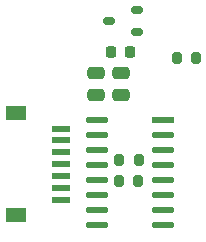
<source format=gbr>
%TF.GenerationSoftware,KiCad,Pcbnew,9.0.0*%
%TF.CreationDate,2025-02-26T19:49:16+08:00*%
%TF.ProjectId,keyboard,6b657962-6f61-4726-942e-6b696361645f,rev?*%
%TF.SameCoordinates,Original*%
%TF.FileFunction,Paste,Bot*%
%TF.FilePolarity,Positive*%
%FSLAX46Y46*%
G04 Gerber Fmt 4.6, Leading zero omitted, Abs format (unit mm)*
G04 Created by KiCad (PCBNEW 9.0.0) date 2025-02-26 19:49:16*
%MOMM*%
%LPD*%
G01*
G04 APERTURE LIST*
G04 Aperture macros list*
%AMRoundRect*
0 Rectangle with rounded corners*
0 $1 Rounding radius*
0 $2 $3 $4 $5 $6 $7 $8 $9 X,Y pos of 4 corners*
0 Add a 4 corners polygon primitive as box body*
4,1,4,$2,$3,$4,$5,$6,$7,$8,$9,$2,$3,0*
0 Add four circle primitives for the rounded corners*
1,1,$1+$1,$2,$3*
1,1,$1+$1,$4,$5*
1,1,$1+$1,$6,$7*
1,1,$1+$1,$8,$9*
0 Add four rect primitives between the rounded corners*
20,1,$1+$1,$2,$3,$4,$5,0*
20,1,$1+$1,$4,$5,$6,$7,0*
20,1,$1+$1,$6,$7,$8,$9,0*
20,1,$1+$1,$8,$9,$2,$3,0*%
%AMOutline5P*
0 Free polygon, 5 corners , with rotation*
0 The origin of the aperture is its center*
0 number of corners: always 5*
0 $1 to $10 corner X, Y*
0 $11 Rotation angle, in degrees counterclockwise*
0 create outline with 5 corners*
4,1,5,$1,$2,$3,$4,$5,$6,$7,$8,$9,$10,$1,$2,$11*%
%AMOutline6P*
0 Free polygon, 6 corners , with rotation*
0 The origin of the aperture is its center*
0 number of corners: always 6*
0 $1 to $12 corner X, Y*
0 $13 Rotation angle, in degrees counterclockwise*
0 create outline with 6 corners*
4,1,6,$1,$2,$3,$4,$5,$6,$7,$8,$9,$10,$11,$12,$1,$2,$13*%
%AMOutline7P*
0 Free polygon, 7 corners , with rotation*
0 The origin of the aperture is its center*
0 number of corners: always 7*
0 $1 to $14 corner X, Y*
0 $15 Rotation angle, in degrees counterclockwise*
0 create outline with 7 corners*
4,1,7,$1,$2,$3,$4,$5,$6,$7,$8,$9,$10,$11,$12,$13,$14,$1,$2,$15*%
%AMOutline8P*
0 Free polygon, 8 corners , with rotation*
0 The origin of the aperture is its center*
0 number of corners: always 8*
0 $1 to $16 corner X, Y*
0 $17 Rotation angle, in degrees counterclockwise*
0 create outline with 8 corners*
4,1,8,$1,$2,$3,$4,$5,$6,$7,$8,$9,$10,$11,$12,$13,$14,$15,$16,$1,$2,$17*%
G04 Aperture macros list end*
%ADD10RoundRect,0.200000X0.200000X0.275000X-0.200000X0.275000X-0.200000X-0.275000X0.200000X-0.275000X0*%
%ADD11RoundRect,0.250000X0.475000X-0.250000X0.475000X0.250000X-0.475000X0.250000X-0.475000X-0.250000X0*%
%ADD12RoundRect,0.225000X0.225000X0.250000X-0.225000X0.250000X-0.225000X-0.250000X0.225000X-0.250000X0*%
%ADD13R,1.550000X0.600000*%
%ADD14R,1.800000X1.200000*%
%ADD15RoundRect,0.175000X0.325000X0.175000X-0.325000X0.175000X-0.325000X-0.175000X0.325000X-0.175000X0*%
%ADD16R,1.828800X0.558800*%
%ADD17Outline8P,-0.279400X0.774700X-0.139700X0.914400X0.139700X0.914400X0.279400X0.774700X0.279400X-0.774700X0.139700X-0.914400X-0.139700X-0.914400X-0.279400X-0.774700X270.000000*%
G04 APERTURE END LIST*
D10*
%TO.C,R5*%
X181385000Y-88640000D03*
X179735000Y-88640000D03*
%TD*%
D11*
%TO.C,C1*%
X172910000Y-89850894D03*
X172910000Y-91750894D03*
%TD*%
D10*
%TO.C,R4*%
X176485000Y-99071750D03*
X174835000Y-99071750D03*
%TD*%
%TO.C,R3*%
X176509500Y-97279000D03*
X174859500Y-97279000D03*
%TD*%
D12*
%TO.C,C3*%
X175734106Y-88130000D03*
X174184106Y-88130000D03*
%TD*%
D13*
%TO.C,J1*%
X169952330Y-100600000D03*
X169952330Y-99600000D03*
X169952330Y-98600000D03*
X169952330Y-97600000D03*
X169952330Y-96600000D03*
X169952330Y-95600000D03*
X169952330Y-94600000D03*
D14*
X166077330Y-101900000D03*
X166077330Y-93300000D03*
%TD*%
D11*
%TO.C,C2*%
X175030000Y-91750894D03*
X175030000Y-89850894D03*
%TD*%
D15*
%TO.C,U1*%
X176400000Y-84557500D03*
X176400000Y-86457500D03*
X174000000Y-85507500D03*
%TD*%
D16*
%TO.C,U4*%
X178562000Y-93904000D03*
D17*
X178562000Y-95174000D03*
X178562000Y-96444000D03*
X178562000Y-97714000D03*
X178562000Y-98984000D03*
X178562000Y-100254000D03*
X178562000Y-101524000D03*
X178562000Y-102794000D03*
X172974000Y-102794000D03*
X172974000Y-101524000D03*
X172974000Y-100254000D03*
X172974000Y-98984000D03*
X172974000Y-97714000D03*
X172974000Y-96444000D03*
X172974000Y-95174000D03*
X172974000Y-93904000D03*
%TD*%
M02*

</source>
